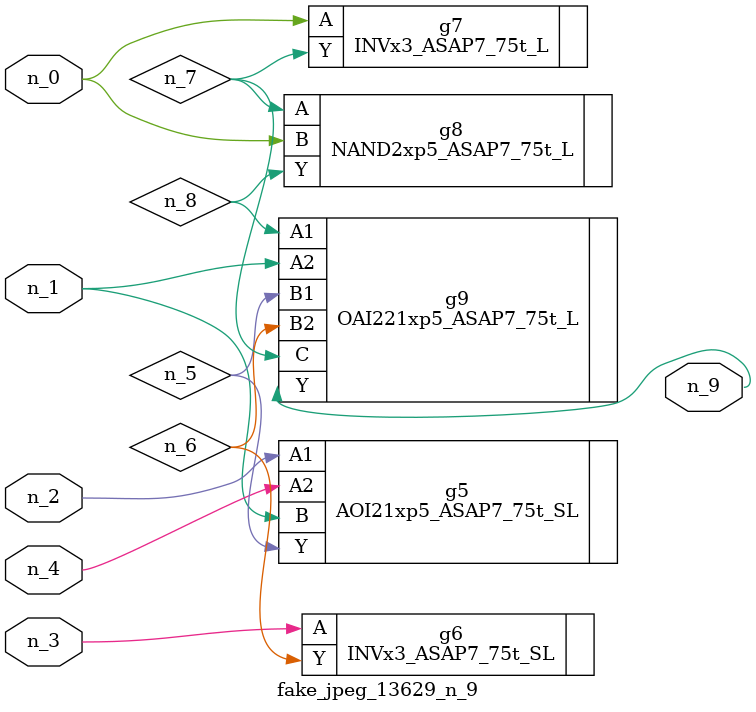
<source format=v>
module fake_jpeg_13629_n_9 (n_3, n_2, n_1, n_0, n_4, n_9);

input n_3;
input n_2;
input n_1;
input n_0;
input n_4;

output n_9;

wire n_8;
wire n_6;
wire n_5;
wire n_7;

AOI21xp5_ASAP7_75t_SL g5 ( 
.A1(n_2),
.A2(n_4),
.B(n_1),
.Y(n_5)
);

INVx3_ASAP7_75t_SL g6 ( 
.A(n_3),
.Y(n_6)
);

INVx3_ASAP7_75t_L g7 ( 
.A(n_0),
.Y(n_7)
);

NAND2xp5_ASAP7_75t_L g8 ( 
.A(n_7),
.B(n_0),
.Y(n_8)
);

OAI221xp5_ASAP7_75t_L g9 ( 
.A1(n_8),
.A2(n_1),
.B1(n_5),
.B2(n_6),
.C(n_7),
.Y(n_9)
);


endmodule
</source>
